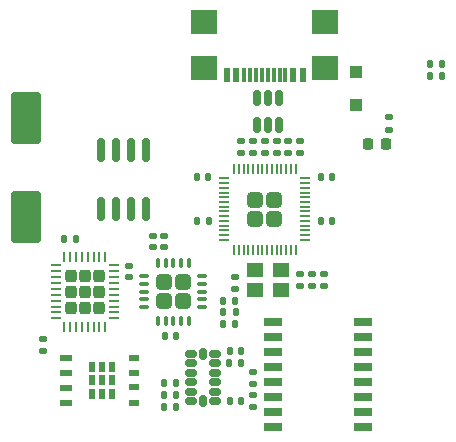
<source format=gbr>
%TF.GenerationSoftware,KiCad,Pcbnew,(6.0.7)*%
%TF.CreationDate,2022-09-21T17:16:33+02:00*%
%TF.ProjectId,CANpaca-EB-schematics,43414e70-6163-4612-9d45-422d73636865,rev?*%
%TF.SameCoordinates,Original*%
%TF.FileFunction,Paste,Top*%
%TF.FilePolarity,Positive*%
%FSLAX46Y46*%
G04 Gerber Fmt 4.6, Leading zero omitted, Abs format (unit mm)*
G04 Created by KiCad (PCBNEW (6.0.7)) date 2022-09-21 17:16:33*
%MOMM*%
%LPD*%
G01*
G04 APERTURE LIST*
G04 Aperture macros list*
%AMRoundRect*
0 Rectangle with rounded corners*
0 $1 Rounding radius*
0 $2 $3 $4 $5 $6 $7 $8 $9 X,Y pos of 4 corners*
0 Add a 4 corners polygon primitive as box body*
4,1,4,$2,$3,$4,$5,$6,$7,$8,$9,$2,$3,0*
0 Add four circle primitives for the rounded corners*
1,1,$1+$1,$2,$3*
1,1,$1+$1,$4,$5*
1,1,$1+$1,$6,$7*
1,1,$1+$1,$8,$9*
0 Add four rect primitives between the rounded corners*
20,1,$1+$1,$2,$3,$4,$5,0*
20,1,$1+$1,$4,$5,$6,$7,0*
20,1,$1+$1,$6,$7,$8,$9,0*
20,1,$1+$1,$8,$9,$2,$3,0*%
G04 Aperture macros list end*
%ADD10R,1.400000X1.200000*%
%ADD11RoundRect,0.150000X0.325000X0.150000X-0.325000X0.150000X-0.325000X-0.150000X0.325000X-0.150000X0*%
%ADD12RoundRect,0.150000X0.150000X0.325000X-0.150000X0.325000X-0.150000X-0.325000X0.150000X-0.325000X0*%
%ADD13RoundRect,0.050000X-0.387500X-0.050000X0.387500X-0.050000X0.387500X0.050000X-0.387500X0.050000X0*%
%ADD14RoundRect,0.050000X-0.050000X-0.387500X0.050000X-0.387500X0.050000X0.387500X-0.050000X0.387500X0*%
%ADD15RoundRect,0.249999X-0.395001X-0.395001X0.395001X-0.395001X0.395001X0.395001X-0.395001X0.395001X0*%
%ADD16RoundRect,0.250000X-0.405000X-0.405000X0.405000X-0.405000X0.405000X0.405000X-0.405000X0.405000X0*%
%ADD17RoundRect,0.075000X-0.337500X-0.075000X0.337500X-0.075000X0.337500X0.075000X-0.337500X0.075000X0*%
%ADD18RoundRect,0.075000X-0.075000X-0.337500X0.075000X-0.337500X0.075000X0.337500X-0.075000X0.337500X0*%
%ADD19RoundRect,0.150000X-0.150000X0.512500X-0.150000X-0.512500X0.150000X-0.512500X0.150000X0.512500X0*%
%ADD20RoundRect,0.242500X0.242500X0.307500X-0.242500X0.307500X-0.242500X-0.307500X0.242500X-0.307500X0*%
%ADD21RoundRect,0.062500X0.362500X0.062500X-0.362500X0.062500X-0.362500X-0.062500X0.362500X-0.062500X0*%
%ADD22RoundRect,0.062500X0.062500X0.362500X-0.062500X0.362500X-0.062500X-0.362500X0.062500X-0.362500X0*%
%ADD23RoundRect,0.150000X0.150000X-0.825000X0.150000X0.825000X-0.150000X0.825000X-0.150000X-0.825000X0*%
%ADD24R,1.600000X0.760000*%
%ADD25RoundRect,0.135000X0.135000X0.185000X-0.135000X0.185000X-0.135000X-0.185000X0.135000X-0.185000X0*%
%ADD26RoundRect,0.135000X-0.185000X0.135000X-0.185000X-0.135000X0.185000X-0.135000X0.185000X0.135000X0*%
%ADD27RoundRect,0.135000X0.185000X-0.135000X0.185000X0.135000X-0.185000X0.135000X-0.185000X-0.135000X0*%
%ADD28RoundRect,0.135000X-0.135000X-0.185000X0.135000X-0.185000X0.135000X0.185000X-0.135000X0.185000X0*%
%ADD29R,0.900000X0.600000*%
%ADD30R,0.600000X0.900000*%
%ADD31R,1.050000X0.600000*%
%ADD32R,0.600000X1.150000*%
%ADD33R,0.300000X1.150000*%
%ADD34R,2.180000X2.000000*%
%ADD35RoundRect,0.218750X-0.218750X-0.256250X0.218750X-0.256250X0.218750X0.256250X-0.218750X0.256250X0*%
%ADD36R,1.100000X1.100000*%
%ADD37RoundRect,0.140000X0.140000X0.170000X-0.140000X0.170000X-0.140000X-0.170000X0.140000X-0.170000X0*%
%ADD38RoundRect,0.140000X-0.140000X-0.170000X0.140000X-0.170000X0.140000X0.170000X-0.140000X0.170000X0*%
%ADD39RoundRect,0.140000X0.170000X-0.140000X0.170000X0.140000X-0.170000X0.140000X-0.170000X-0.140000X0*%
%ADD40RoundRect,0.140000X-0.170000X0.140000X-0.170000X-0.140000X0.170000X-0.140000X0.170000X0.140000X0*%
%ADD41RoundRect,0.250000X-1.000000X1.950000X-1.000000X-1.950000X1.000000X-1.950000X1.000000X1.950000X0*%
G04 APERTURE END LIST*
D10*
%TO.C,Y1*%
X98400000Y-58100000D03*
X100600000Y-58100000D03*
X100600000Y-56400000D03*
X98400000Y-56400000D03*
%TD*%
D11*
%TO.C,U11*%
X95000000Y-67500000D03*
X95000000Y-66700000D03*
X95000000Y-65900000D03*
X95000000Y-65100000D03*
X95000000Y-64300000D03*
X95000000Y-63500000D03*
D12*
X94000000Y-63500000D03*
D11*
X93000000Y-63500000D03*
X93000000Y-64300000D03*
X93000000Y-65100000D03*
X93000000Y-65900000D03*
X93000000Y-66700000D03*
X93000000Y-67500000D03*
D12*
X94000000Y-67500000D03*
%TD*%
D13*
%TO.C,U10*%
X95812500Y-48650000D03*
X95812500Y-49050000D03*
X95812500Y-49450000D03*
X95812500Y-49850000D03*
X95812500Y-50250000D03*
X95812500Y-50650000D03*
X95812500Y-51050000D03*
X95812500Y-51450000D03*
X95812500Y-51850000D03*
X95812500Y-52250000D03*
X95812500Y-52650000D03*
X95812500Y-53050000D03*
X95812500Y-53450000D03*
X95812500Y-53850000D03*
D14*
X96650000Y-54687500D03*
X97050000Y-54687500D03*
X97450000Y-54687500D03*
X97850000Y-54687500D03*
X98250000Y-54687500D03*
X98650000Y-54687500D03*
X99050000Y-54687500D03*
X99450000Y-54687500D03*
X99850000Y-54687500D03*
X100250000Y-54687500D03*
X100650000Y-54687500D03*
X101050000Y-54687500D03*
X101450000Y-54687500D03*
X101850000Y-54687500D03*
D13*
X102687500Y-53850000D03*
X102687500Y-53450000D03*
X102687500Y-53050000D03*
X102687500Y-52650000D03*
X102687500Y-52250000D03*
X102687500Y-51850000D03*
X102687500Y-51450000D03*
X102687500Y-51050000D03*
X102687500Y-50650000D03*
X102687500Y-50250000D03*
X102687500Y-49850000D03*
X102687500Y-49450000D03*
X102687500Y-49050000D03*
X102687500Y-48650000D03*
D14*
X101850000Y-47812500D03*
X101450000Y-47812500D03*
X101050000Y-47812500D03*
X100650000Y-47812500D03*
X100250000Y-47812500D03*
X99850000Y-47812500D03*
X99450000Y-47812500D03*
X99050000Y-47812500D03*
X98650000Y-47812500D03*
X98250000Y-47812500D03*
X97850000Y-47812500D03*
X97450000Y-47812500D03*
X97050000Y-47812500D03*
X96650000Y-47812500D03*
D15*
X98450000Y-50450000D03*
X98450000Y-52050000D03*
X100050000Y-50450000D03*
X100050000Y-52050000D03*
%TD*%
D16*
%TO.C,U8*%
X90690000Y-59060000D03*
X92310000Y-59060000D03*
X90690000Y-57440000D03*
X92310000Y-57440000D03*
D17*
X89062500Y-56950000D03*
X89062500Y-57600000D03*
X89062500Y-58250000D03*
X89062500Y-58900000D03*
X89062500Y-59550000D03*
D18*
X90200000Y-60687500D03*
X90850000Y-60687500D03*
X91500000Y-60687500D03*
X92150000Y-60687500D03*
X92800000Y-60687500D03*
D17*
X93937500Y-59550000D03*
X93937500Y-58900000D03*
X93937500Y-58250000D03*
X93937500Y-57600000D03*
X93937500Y-56950000D03*
D18*
X92800000Y-55812500D03*
X92150000Y-55812500D03*
X91500000Y-55812500D03*
X90850000Y-55812500D03*
X90200000Y-55812500D03*
%TD*%
D19*
%TO.C,U7*%
X100450000Y-41862500D03*
X99500000Y-41862500D03*
X98550000Y-41862500D03*
X98550000Y-44137500D03*
X99500000Y-44137500D03*
X100450000Y-44137500D03*
%TD*%
D20*
%TO.C,U3*%
X82800000Y-58250000D03*
X82800000Y-59620000D03*
X84000000Y-59620000D03*
X85200000Y-58250000D03*
X85200000Y-56880000D03*
X85200000Y-59620000D03*
X84000000Y-56880000D03*
X82800000Y-56880000D03*
X84000000Y-58250000D03*
D21*
X86450000Y-60500000D03*
X86450000Y-60000000D03*
X86450000Y-59500000D03*
X86450000Y-59000000D03*
X86450000Y-58500000D03*
X86450000Y-58000000D03*
X86450000Y-57500000D03*
X86450000Y-57000000D03*
X86450000Y-56500000D03*
X86450000Y-56000000D03*
D22*
X85750000Y-55300000D03*
X85250000Y-55300000D03*
X84750000Y-55300000D03*
X84250000Y-55300000D03*
X83750000Y-55300000D03*
X83250000Y-55300000D03*
X82750000Y-55300000D03*
X82250000Y-55300000D03*
D21*
X81550000Y-56000000D03*
X81550000Y-56500000D03*
X81550000Y-57000000D03*
X81550000Y-57500000D03*
X81550000Y-58000000D03*
X81550000Y-58500000D03*
X81550000Y-59000000D03*
X81550000Y-59500000D03*
X81550000Y-60000000D03*
X81550000Y-60500000D03*
D22*
X82250000Y-61200000D03*
X82750000Y-61200000D03*
X83250000Y-61200000D03*
X83750000Y-61200000D03*
X84250000Y-61200000D03*
X84750000Y-61200000D03*
X85250000Y-61200000D03*
X85750000Y-61200000D03*
%TD*%
D23*
%TO.C,U1*%
X85345000Y-51225000D03*
X86615000Y-51225000D03*
X87885000Y-51225000D03*
X89155000Y-51225000D03*
X89155000Y-46275000D03*
X87885000Y-46275000D03*
X86615000Y-46275000D03*
X85345000Y-46275000D03*
%TD*%
D24*
%TO.C,SW1*%
X99940000Y-60805000D03*
X99940000Y-62075000D03*
X99940000Y-63345000D03*
X99940000Y-64615000D03*
X99940000Y-65885000D03*
X99940000Y-67155000D03*
X99940000Y-68425000D03*
X99940000Y-69695000D03*
X107560000Y-69695000D03*
X107560000Y-68425000D03*
X107560000Y-67155000D03*
X107560000Y-65885000D03*
X107560000Y-64615000D03*
X107560000Y-63345000D03*
X107560000Y-62075000D03*
X107560000Y-60805000D03*
%TD*%
D25*
%TO.C,R35*%
X97260000Y-64250000D03*
X96240000Y-64250000D03*
%TD*%
%TO.C,R34*%
X91760000Y-66000000D03*
X90740000Y-66000000D03*
%TD*%
%TO.C,R32*%
X91760000Y-68000000D03*
X90740000Y-68000000D03*
%TD*%
%TO.C,R31*%
X91760000Y-67000000D03*
X90740000Y-67000000D03*
%TD*%
D26*
%TO.C,R29*%
X104250000Y-56750000D03*
X104250000Y-57770000D03*
%TD*%
D27*
%TO.C,R28*%
X102250000Y-57760000D03*
X102250000Y-56740000D03*
%TD*%
%TO.C,R27*%
X98250000Y-66020000D03*
X98250000Y-65000000D03*
%TD*%
D26*
%TO.C,R26*%
X98250000Y-66980000D03*
X98250000Y-68000000D03*
%TD*%
D28*
%TO.C,R25*%
X95740000Y-61000000D03*
X96760000Y-61000000D03*
%TD*%
%TO.C,R24*%
X95730000Y-59000000D03*
X96750000Y-59000000D03*
%TD*%
D26*
%TO.C,R23*%
X99250000Y-45490000D03*
X99250000Y-46510000D03*
%TD*%
%TO.C,R22*%
X109750000Y-43490000D03*
X109750000Y-44510000D03*
%TD*%
D28*
%TO.C,R21*%
X95750000Y-60000000D03*
X96770000Y-60000000D03*
%TD*%
D27*
%TO.C,R18*%
X100250000Y-46510000D03*
X100250000Y-45490000D03*
%TD*%
D29*
%TO.C,Q3*%
X88135000Y-67630000D03*
D30*
X84585000Y-66900000D03*
X85435000Y-66900000D03*
X86285000Y-64600000D03*
X85435000Y-65750000D03*
D29*
X88135000Y-66350000D03*
D30*
X84585000Y-64600000D03*
D29*
X88135000Y-65150000D03*
D30*
X86285000Y-65750000D03*
X84585000Y-65750000D03*
X86285000Y-66900000D03*
X85435000Y-64600000D03*
D29*
X88135000Y-63870000D03*
D31*
X82415000Y-63840000D03*
X82415000Y-65110000D03*
X82415000Y-66390000D03*
X82415000Y-67660000D03*
%TD*%
D32*
%TO.C,J9*%
X102450000Y-39887500D03*
X101650000Y-39887500D03*
X96850000Y-39887500D03*
X96050000Y-39887500D03*
D33*
X101000000Y-39887500D03*
X97500000Y-39887500D03*
X100500000Y-39887500D03*
X98000000Y-39887500D03*
X100000000Y-39887500D03*
X98500000Y-39887500D03*
X99500000Y-39887500D03*
X99000000Y-39887500D03*
D34*
X104360000Y-39312500D03*
X94140000Y-39312500D03*
X104360000Y-35382500D03*
X94140000Y-35382500D03*
%TD*%
D35*
%TO.C,D6*%
X107962500Y-45750000D03*
X109537500Y-45750000D03*
%TD*%
D36*
%TO.C,D5*%
X107000000Y-39600000D03*
X107000000Y-42400000D03*
%TD*%
D37*
%TO.C,C54*%
X97230000Y-67500000D03*
X96270000Y-67500000D03*
%TD*%
D38*
%TO.C,C53*%
X96290000Y-63250000D03*
X97250000Y-63250000D03*
%TD*%
%TO.C,C49*%
X90770000Y-62000000D03*
X91730000Y-62000000D03*
%TD*%
D39*
%TO.C,C48*%
X103250000Y-57730000D03*
X103250000Y-56770000D03*
%TD*%
%TO.C,C47*%
X96750000Y-57980000D03*
X96750000Y-57020000D03*
%TD*%
D40*
%TO.C,C46*%
X89750000Y-53500000D03*
X89750000Y-54460000D03*
%TD*%
D37*
%TO.C,C45*%
X104980000Y-52250000D03*
X104020000Y-52250000D03*
%TD*%
%TO.C,C44*%
X104980000Y-48500000D03*
X104020000Y-48500000D03*
%TD*%
D40*
%TO.C,C42*%
X97250000Y-45520000D03*
X97250000Y-46480000D03*
%TD*%
D38*
%TO.C,C41*%
X93540000Y-52250000D03*
X94500000Y-52250000D03*
%TD*%
D40*
%TO.C,C40*%
X102250000Y-45520000D03*
X102250000Y-46480000D03*
%TD*%
D38*
%TO.C,C39*%
X93520000Y-48500000D03*
X94480000Y-48500000D03*
%TD*%
D40*
%TO.C,C38*%
X98250000Y-45520000D03*
X98250000Y-46480000D03*
%TD*%
%TO.C,C35*%
X101250000Y-45520000D03*
X101250000Y-46480000D03*
%TD*%
D39*
%TO.C,C34*%
X90750000Y-54460000D03*
X90750000Y-53500000D03*
%TD*%
D38*
%TO.C,C22*%
X113270000Y-40000000D03*
X114230000Y-40000000D03*
%TD*%
%TO.C,C20*%
X113270000Y-39000000D03*
X114230000Y-39000000D03*
%TD*%
%TO.C,C13*%
X82270000Y-53750000D03*
X83230000Y-53750000D03*
%TD*%
D41*
%TO.C,C12*%
X79000000Y-43550000D03*
X79000000Y-51950000D03*
%TD*%
D40*
%TO.C,C8*%
X87750000Y-56040000D03*
X87750000Y-57000000D03*
%TD*%
D39*
%TO.C,C6*%
X80500000Y-62270000D03*
X80500000Y-63230000D03*
%TD*%
M02*

</source>
